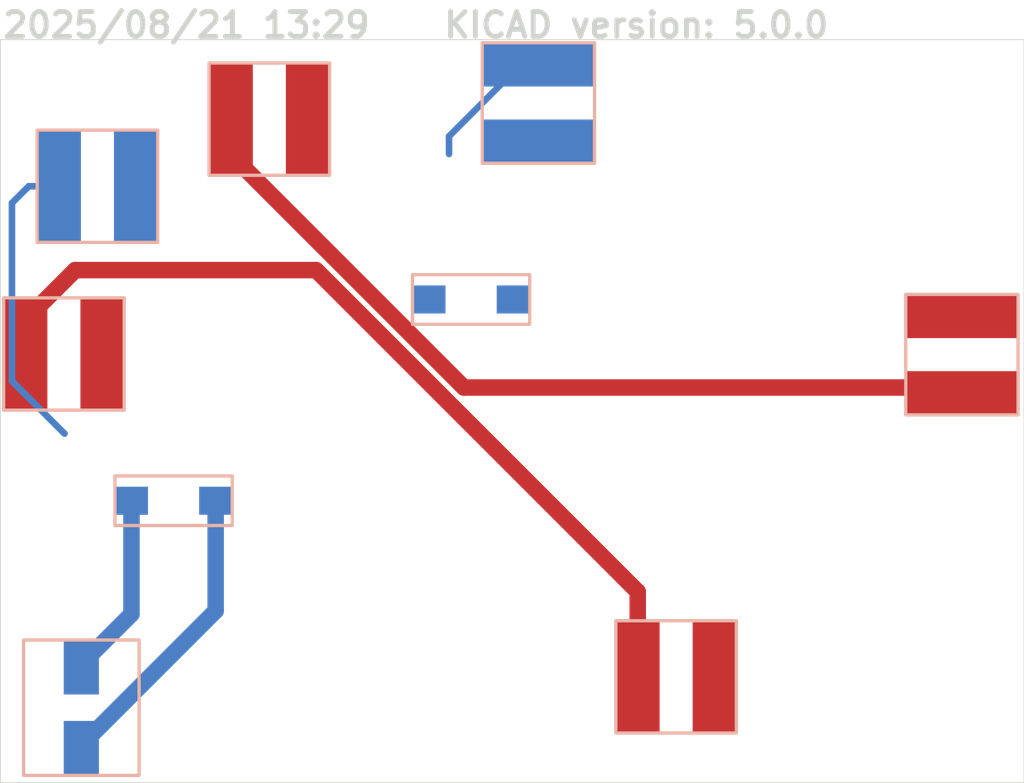
<source format=kicad_pcb>
(kicad_pcb (version 20221018) (generator pcbnew)
  (layers (0 "F.Cu" signal "Top") (31 "B.Cu" signal "Bottom") (34 "B.Paste" user) (35 "F.Paste" user) (36 "B.SilkS" user "B.Silkscreen") (37 "F.SilkS" user "F.Silkscreen") (38 "B.Mask" user) (39 "F.Mask" user) (44 "Edge.Cuts" user))
  (net 0 "")
  (net 1 "Y-")
  (net 2 "W-")
  (net 3 "NetD2_1")
  (net 4 "NetD1_1")
  (net 5 "GND")
  (net 6 "VIN")
  (footprint "MIJI_ADPcbLib.PcbLib:CDRH6D38-3D_30" (layer "B.Cu") (at 102.34683 94.04556 180)
    (fp_text reference 71 hide)
    (fp_text value "" (at 0 0 180) (layer "F.SilkS") (effects (font (size 1.27 1.27))))
    (fp_line (start -3.65 -3.4) (end 3.65 -3.4) (stroke (width 0.2)) (layer "B.SilkS"))
    (fp_line (start -3.65 3.4) (end -3.65 -3.4) (stroke (width 0.2)) (layer "B.SilkS"))
    (fp_line (start 3.65 -3.4) (end 3.65 3.4) (stroke (width 0.2)) (layer "B.SilkS"))
    (fp_line (start 3.65 3.4) (end -3.65 3.4) (stroke (width 0.2)) (layer "B.SilkS"))
    (pad 1 smd rect (at -2.325 0 180) (size 2.65 6.8) (layers "F.Cu" "B.Paste" "B.Mask"))
    (pad 2 smd rect (at 2.325 0 180) (size 2.65 6.8) (layers "F.Cu" "B.Paste" "B.Mask") (net 4 "NetD1_1"))
  )
  (footprint "MIJI_ADPcbLib.PcbLib:SMD-EC6.3X6.3X10_18" (layer "B.Cu") (at 103.40183 115.47156 90)
    (fp_text reference 59 hide)
    (fp_text value "" (at 0 0 90) (layer "F.SilkS") (effects (font (size 1.27 1.27))))
    (fp_line (start -4.1 -3.5) (end 4.1 -3.5) (stroke (width 0.2)) (layer "B.SilkS"))
    (fp_line (start -4.1 3.5) (end -4.1 -3.5) (stroke (width 0.2)) (layer "B.SilkS"))
    (fp_line (start 4.1 -3.5) (end 4.1 3.5) (stroke (width 0.2)) (layer "B.SilkS"))
    (fp_line (start 4.1 3.5) (end -4.1 3.5) (stroke (width 0.2)) (layer "B.SilkS"))
    (pad 1 smd rect (at -2.45 0 270) (size 3.3 2.132) (layers "B.Cu" "B.Paste" "B.Mask") (net 6 "VIN"))
    (pad 2 smd rect (at 2.45 0 270) (size 3.3 2.132) (layers "B.Cu" "B.Paste" "B.Mask") (net 5 "GND"))
  )
  (footprint "MIJI_ADPcbLib.PcbLib:DO-214AC_13" (layer "B.Cu") (at 127.01383 90.74356 180)
    (fp_text reference 54 hide)
    (fp_text value "" (at 0 0 180) (layer "F.SilkS") (effects (font (size 1.27 1.27))))
    (fp_line (start -3.55 -1.5) (end 3.55 -1.5) (stroke (width 0.2)) (layer "B.SilkS"))
    (fp_line (start -3.55 1.5) (end -3.55 -1.5) (stroke (width 0.2)) (layer "B.SilkS"))
    (fp_line (start 3.55 -1.5) (end 3.55 1.5) (stroke (width 0.2)) (layer "B.SilkS"))
    (fp_line (start 3.55 1.5) (end -3.55 1.5) (stroke (width 0.2)) (layer "B.SilkS"))
    (pad 1 smd rect (at 2.55 0) (size 1.999996 1.699997) (layers "B.Cu" "B.Paste" "B.Mask") (net 6 "VIN"))
    (pad 2 smd rect (at -2.55 0) (size 1.999996 1.699997) (layers "B.Cu" "B.Paste" "B.Mask"))
  )
  (footprint "MIJI_ADPcbLib.PcbLib:CDRH6D38-3D_11" (layer "B.Cu") (at 104.37883 83.88556)
    (fp_text reference 52 hide)
    (fp_text value "" (at 0 0) (layer "F.SilkS") (effects (font (size 1.27 1.27))))
    (fp_line (start -3.65 -3.4) (end 3.65 -3.4) (stroke (width 0.2)) (layer "B.SilkS"))
    (fp_line (start -3.65 3.4) (end -3.65 -3.4) (stroke (width 0.2)) (layer "B.SilkS"))
    (fp_line (start 3.65 -3.4) (end 3.65 3.4) (stroke (width 0.2)) (layer "B.SilkS"))
    (fp_line (start 3.65 3.4) (end -3.65 3.4) (stroke (width 0.2)) (layer "B.SilkS"))
    (pad 1 smd rect (at -2.325 0) (size 2.65 6.8) (layers "B.Cu" "B.Paste" "B.Mask") (net 1 "Y-"))
    (pad 2 smd rect (at 2.325 0) (size 2.65 6.8) (layers "B.Cu" "B.Paste" "B.Mask") (net 3 "NetD2_1"))
  )
  (footprint "MIJI_ADPcbLib.PcbLib:CDRH6D38-3D_30" (layer "B.Cu") (at 139.43083 113.60356 180)
    (fp_text reference 71 hide)
    (fp_text value "" (at 0 0 180) (layer "F.SilkS") (effects (font (size 1.27 1.27))))
    (fp_line (start -3.65 -3.4) (end 3.65 -3.4) (stroke (width 0.2)) (layer "B.SilkS"))
    (fp_line (start -3.65 3.4) (end -3.65 -3.4) (stroke (width 0.2)) (layer "B.SilkS"))
    (fp_line (start 3.65 -3.4) (end 3.65 3.4) (stroke (width 0.2)) (layer "B.SilkS"))
    (fp_line (start 3.65 3.4) (end -3.65 3.4) (stroke (width 0.2)) (layer "B.SilkS"))
    (pad 1 smd rect (at -2.325 0 180) (size 2.65 6.8) (layers "F.Cu" "B.Paste" "B.Mask"))
    (pad 2 smd rect (at 2.325 0 180) (size 2.65 6.8) (layers "F.Cu" "B.Paste" "B.Mask") (net 4 "NetD1_1"))
  )
  (footprint "MIJI_ADPcbLib.PcbLib:CDRH6D38-3D_30" (layer "B.Cu") (at 156.74183 94.08456 -90)
    (fp_text reference 71 hide)
    (fp_text value "" (at 0 0 90) (layer "F.SilkS") (effects (font (size 1.27 1.27))))
    (fp_line (start -3.65 -3.4) (end 3.65 -3.4) (stroke (width 0.2)) (layer "B.SilkS"))
    (fp_line (start -3.65 3.4) (end -3.65 -3.4) (stroke (width 0.2)) (layer "B.SilkS"))
    (fp_line (start 3.65 -3.4) (end 3.65 3.4) (stroke (width 0.2)) (layer "B.SilkS"))
    (fp_line (start 3.65 3.4) (end -3.65 3.4) (stroke (width 0.2)) (layer "B.SilkS"))
    (pad 1 smd rect (at -2.325 0 270) (size 2.65 6.8) (layers "F.Cu" "B.Paste" "B.Mask"))
    (pad 2 smd rect (at 2.325 0 270) (size 2.65 6.8) (layers "F.Cu" "B.Paste" "B.Mask") (net 2 "W-"))
  )
  (footprint "MIJI_ADPcbLib.PcbLib:CDRH6D38-3D_30" (layer "B.Cu") (at 114.79283 79.82156 180)
    (fp_text reference 71 hide)
    (fp_text value "" (at 0 0 180) (layer "F.SilkS") (effects (font (size 1.27 1.27))))
    (fp_line (start -3.65 -3.4) (end 3.65 -3.4) (stroke (width 0.2)) (layer "B.SilkS"))
    (fp_line (start -3.65 3.4) (end -3.65 -3.4) (stroke (width 0.2)) (layer "B.SilkS"))
    (fp_line (start 3.65 -3.4) (end 3.65 3.4) (stroke (width 0.2)) (layer "B.SilkS"))
    (fp_line (start 3.65 3.4) (end -3.65 3.4) (stroke (width 0.2)) (layer "B.SilkS"))
    (pad 1 smd rect (at -2.325 0 180) (size 2.65 6.8) (layers "F.Cu" "B.Paste" "B.Mask"))
    (pad 2 smd rect (at 2.325 0 180) (size 2.65 6.8) (layers "F.Cu" "B.Paste" "B.Mask") (net 2 "W-"))
  )
  (footprint "MIJI_ADPcbLib.PcbLib:CDRH6D38-3D_11" (layer "B.Cu") (at 131.08783 78.84456 -90)
    (fp_text reference 52 hide)
    (fp_text value "" (at 0 0 90) (layer "F.SilkS") (effects (font (size 1.27 1.27))))
    (fp_line (start -3.65 -3.4) (end 3.65 -3.4) (stroke (width 0.2)) (layer "B.SilkS"))
    (fp_line (start -3.65 3.4) (end -3.65 -3.4) (stroke (width 0.2)) (layer "B.SilkS"))
    (fp_line (start 3.65 -3.4) (end 3.65 3.4) (stroke (width 0.2)) (layer "B.SilkS"))
    (fp_line (start 3.65 3.4) (end -3.65 3.4) (stroke (width 0.2)) (layer "B.SilkS"))
    (pad 1 smd rect (at -2.325 0 270) (size 2.65 6.8) (layers "B.Cu" "B.Paste" "B.Mask") (net 1 "Y-"))
    (pad 2 smd rect (at 2.325 0 270) (size 2.65 6.8) (layers "B.Cu" "B.Paste" "B.Mask"))
  )
  (footprint "MIJI_ADPcbLib.PcbLib:DO-214AC_13" (layer "B.Cu") (at 108.98983 102.93556 180)
    (fp_text reference 54 hide)
    (fp_text value "" (at 0 0 180) (layer "F.SilkS") (effects (font (size 1.27 1.27))))
    (fp_line (start -3.55 -1.5) (end 3.55 -1.5) (stroke (width 0.2)) (layer "B.SilkS"))
    (fp_line (start -3.55 1.5) (end -3.55 -1.5) (stroke (width 0.2)) (layer "B.SilkS"))
    (fp_line (start 3.55 -1.5) (end 3.55 1.5) (stroke (width 0.2)) (layer "B.SilkS"))
    (fp_line (start 3.55 1.5) (end -3.55 1.5) (stroke (width 0.2)) (layer "B.SilkS"))
    (pad 1 smd rect (at 2.55 0) (size 1.999996 1.699997) (layers "B.Cu" "B.Paste" "B.Mask") (net 5 "GND"))
    (pad 2 smd rect (at -2.55 0) (size 1.999996 1.699997) (layers "B.Cu" "B.Paste" "B.Mask") (net 6 "VIN"))
  )
  (gr_line (start 160.5011 75.003598) (end 98.501099 75.003598) (stroke (width 0.05)) (layer "Edge.Cuts"))
  (gr_line (start 98.501099 75.003598) (end 98.501099 120.003599) (stroke (width 0.05)) (layer "Edge.Cuts"))
  (gr_line (start 160.5011 120.003599) (end 160.5011 75.003598) (stroke (width 0.05)) (layer "Edge.Cuts"))
  (gr_line (start 98.501099 120.003599) (end 160.5011 120.003599) (stroke (width 0.05)) (layer "Edge.Cuts"))
  (gr_text "2025/08/21 13:29    KICAD version: 5.0.0" (at 98.501099 75.003598) (layer "Edge.Cuts") (effects (font (size 1.5 1.5) (thickness 0.3) bold) (justify left bottom)))
  (segment (start 99.201099 95.686829) (end 99.201099 84.90156) (width 0.4) (layer "B.Cu") (net 1))
  (segment (start 125.67583 81.93156) (end 125.67583 80.85656) (width 0.4) (layer "B.Cu") (net 1))
  (segment (start 125.67583 80.85656) (end 130.01283 76.51956) (width 0.4) (layer "B.Cu") (net 1))
  (segment (start 130.01283 76.51956) (end 131.08783 76.51956) (width 0.4) (layer "B.Cu") (net 1))
  (segment (start 100.217099 83.88556) (end 102.05383 83.88556) (width 0.4) (layer "B.Cu") (net 1))
  (segment (start 99.201099 84.90156) (end 100.217099 83.88556) (width 0.4) (layer "B.Cu") (net 1))
  (segment (start 102.38583 98.87156) (end 99.201099 95.686829) (width 0.4) (layer "B.Cu") (net 1))
  (segment (start 126.576308 96.07756) (end 154.12383 96.07756) (width 1) (layer "F.Cu") (net 2))
  (segment (start 112.46783 81.969082) (end 126.576308 96.07756) (width 1) (layer "F.Cu") (net 2))
  (segment (start 112.46783 78.80556) (end 112.46783 81.969082) (width 1) (layer "F.Cu") (net 2))
  (segment (start 137.10583 108.44556) (end 137.10583 116.39756) (width 1) (layer "F.Cu") (net 4))
  (segment (start 100.02183 94.04556) (end 100.02183 91.97056) (width 1) (layer "F.Cu") (net 4))
  (segment (start 103.02683 88.96556) (end 117.62583 88.96556) (width 1) (layer "F.Cu") (net 4))
  (segment (start 100.02183 91.97056) (end 103.02683 88.96556) (width 1) (layer "F.Cu") (net 4))
  (segment (start 117.62583 88.96556) (end 137.10583 108.44556) (width 1) (layer "F.Cu") (net 4))
  (segment (start 106.43983 102.93556) (end 106.43983 109.80356) (width 1) (layer "B.Cu") (net 5))
  (segment (start 106.43983 109.80356) (end 103.40183 112.84156) (width 1) (layer "B.Cu") (net 5))
  (segment (start 111.53983 102.93556) (end 111.53983 109.60356) (width 1) (layer "B.Cu") (net 6))
  (segment (start 111.53983 109.60356) (end 103.40183 117.74156) (width 1) (layer "B.Cu") (net 6))
)
</source>
